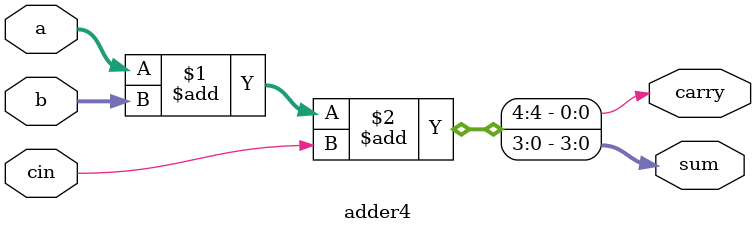
<source format=v>
module ALU( input [15:0]a,b, output [15:0]sum, output zero_flag, sign_flag, carry_flag, parity_flag, overflow_flag );
wire [3:1]c;

assign sign_flag = sum[15];
assign zero_flag = ~| sum;
assign parity_flag = ~^sum;
assign overflow_flag = ((a[15]&b[15]&~sum[15])|(~a[15]&~b[15]&sum[15]));

adder4 a1(a [3:0],  b[3:0],   1'b0, sum[3:0],  c[1]);
adder4 a2(a [7:4],  b[7:4],   c[1], sum[7:4],  c[2]);
adder4 a3(a [11:8], b[11:8],  c[2], sum[11:8], c[3]);
adder4 a4(a[15:12], b[15:12], c[3], sum[15:12],carry_flag);

endmodule

module adder4(input[3:0]a,b, input cin, output[3:0]sum, output carry);
assign {carry,sum} = a+b+cin;
endmodule

</source>
